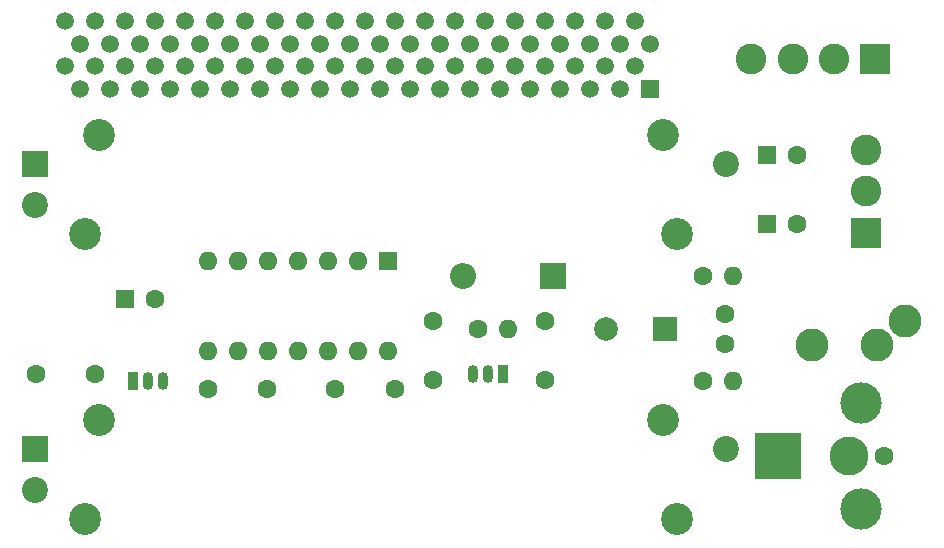
<source format=gbs>
G04 #@! TF.FileFunction,Soldermask,Bot*
%FSLAX46Y46*%
G04 Gerber Fmt 4.6, Leading zero omitted, Abs format (unit mm)*
G04 Created by KiCad (PCBNEW 4.0.7) date Sunday, September 23, 2018 'PMt' 12:44:32 PM*
%MOMM*%
%LPD*%
G01*
G04 APERTURE LIST*
%ADD10C,0.100000*%
%ADD11R,2.000000X2.000000*%
%ADD12C,2.000000*%
%ADD13C,1.600000*%
%ADD14R,4.000000X4.000000*%
%ADD15C,3.300000*%
%ADD16C,3.500000*%
%ADD17R,1.600000X1.600000*%
%ADD18O,1.600000X1.600000*%
%ADD19O,0.900000X1.500000*%
%ADD20R,0.900000X1.500000*%
%ADD21R,2.200000X2.200000*%
%ADD22C,2.200000*%
%ADD23C,2.700000*%
%ADD24R,2.600000X2.600000*%
%ADD25C,2.600000*%
%ADD26O,2.200000X2.200000*%
%ADD27C,2.800000*%
%ADD28R,1.500000X1.500000*%
%ADD29C,1.500000*%
G04 APERTURE END LIST*
D10*
D11*
X173990000Y-111760000D03*
D12*
X168990000Y-111760000D03*
D13*
X146050000Y-116840000D03*
X151050000Y-116840000D03*
X163830000Y-111125000D03*
X163830000Y-116125000D03*
X154305000Y-111125000D03*
X154305000Y-116125000D03*
D14*
X183515000Y-122555000D03*
D15*
X189515000Y-122555000D03*
D16*
X190515000Y-127055000D03*
X190515000Y-118055000D03*
D13*
X192515000Y-122555000D03*
D17*
X150495000Y-106045000D03*
D18*
X135255000Y-113665000D03*
X147955000Y-106045000D03*
X137795000Y-113665000D03*
X145415000Y-106045000D03*
X140335000Y-113665000D03*
X142875000Y-106045000D03*
X142875000Y-113665000D03*
X140335000Y-106045000D03*
X145415000Y-113665000D03*
X137795000Y-106045000D03*
X147955000Y-113665000D03*
X135255000Y-106045000D03*
X150495000Y-113665000D03*
D19*
X159004000Y-115570000D03*
X157734000Y-115570000D03*
D20*
X160274000Y-115570000D03*
D21*
X120650000Y-97790000D03*
D22*
X120650000Y-101290000D03*
X179150000Y-97790000D03*
D23*
X126000000Y-95340000D03*
X173800000Y-95340000D03*
X124800000Y-103740000D03*
X175000000Y-103740000D03*
D21*
X120650000Y-121920000D03*
D22*
X120650000Y-125420000D03*
X179150000Y-121920000D03*
D23*
X126000000Y-119470000D03*
X173800000Y-119470000D03*
X124800000Y-127870000D03*
X175000000Y-127870000D03*
D13*
X135255000Y-116840000D03*
X140255000Y-116840000D03*
X125730000Y-115570000D03*
X120730000Y-115570000D03*
D24*
X191770000Y-88900000D03*
D25*
X188270000Y-88900000D03*
X184770000Y-88900000D03*
X181270000Y-88900000D03*
D24*
X191008000Y-103632000D03*
D25*
X191008000Y-100132000D03*
X191008000Y-96632000D03*
D19*
X130175000Y-116205000D03*
X131445000Y-116205000D03*
D20*
X128905000Y-116205000D03*
D21*
X164465000Y-107315000D03*
D26*
X156845000Y-107315000D03*
D27*
X194310000Y-111125000D03*
X191910000Y-113125000D03*
X186410000Y-113125000D03*
D17*
X128270000Y-109220000D03*
D13*
X130770000Y-109220000D03*
D28*
X172720000Y-91440000D03*
D29*
X172720000Y-87640000D03*
X171450000Y-89540000D03*
X171450000Y-85740000D03*
X170180000Y-91440000D03*
X170180000Y-87640000D03*
X168910000Y-89540000D03*
X168910000Y-85740000D03*
X167640000Y-91440000D03*
X167640000Y-87640000D03*
X166370000Y-89540000D03*
X166370000Y-85740000D03*
X165100000Y-91440000D03*
X165100000Y-87640000D03*
X163830000Y-89540000D03*
X163830000Y-85740000D03*
X162560000Y-91440000D03*
X162560000Y-87640000D03*
X161290000Y-89540000D03*
X161290000Y-85740000D03*
X160020000Y-91440000D03*
X160020000Y-87640000D03*
X158750000Y-89540000D03*
X158750000Y-85740000D03*
X157480000Y-91440000D03*
X157480000Y-87640000D03*
X156210000Y-89540000D03*
X156210000Y-85740000D03*
X154940000Y-91440000D03*
X154940000Y-87640000D03*
X153670000Y-89540000D03*
X153670000Y-85740000D03*
X152400000Y-91440000D03*
X152400000Y-87640000D03*
X151130000Y-89540000D03*
X151130000Y-85740000D03*
X149860000Y-91440000D03*
X149860000Y-87640000D03*
X148590000Y-89540000D03*
X148590000Y-85740000D03*
X147320000Y-91440000D03*
X147320000Y-87640000D03*
X146050000Y-89540000D03*
X146050000Y-85740000D03*
X144780000Y-91440000D03*
X144780000Y-87640000D03*
X143510000Y-89540000D03*
X143510000Y-85740000D03*
X142240000Y-91440000D03*
X142240000Y-87640000D03*
X140970000Y-89540000D03*
X140970000Y-85740000D03*
X139700000Y-91440000D03*
X139700000Y-87640000D03*
X138430000Y-89540000D03*
X138430000Y-85740000D03*
X137160000Y-91440000D03*
X137160000Y-87640000D03*
X135890000Y-89540000D03*
X135890000Y-85740000D03*
X134620000Y-91440000D03*
X134620000Y-87640000D03*
X133350000Y-89540000D03*
X133350000Y-85740000D03*
X132080000Y-91440000D03*
X132080000Y-87640000D03*
X130810000Y-89540000D03*
X130810000Y-85740000D03*
X129540000Y-91440000D03*
X129540000Y-87640000D03*
X128270000Y-89540000D03*
X128270000Y-85740000D03*
X127000000Y-91440000D03*
X127000000Y-87640000D03*
X125730000Y-89540000D03*
X125730000Y-85740000D03*
X124460000Y-91440000D03*
X124460000Y-87640000D03*
X123190000Y-89540000D03*
X123190000Y-85740000D03*
D17*
X182626000Y-97028000D03*
D13*
X185126000Y-97028000D03*
D17*
X182626000Y-102870000D03*
D13*
X185126000Y-102870000D03*
X179070000Y-113030000D03*
X179070000Y-110530000D03*
X177165000Y-107315000D03*
D18*
X179705000Y-107315000D03*
D13*
X158115000Y-111760000D03*
D18*
X160655000Y-111760000D03*
D13*
X177165000Y-116205000D03*
D18*
X179705000Y-116205000D03*
M02*

</source>
